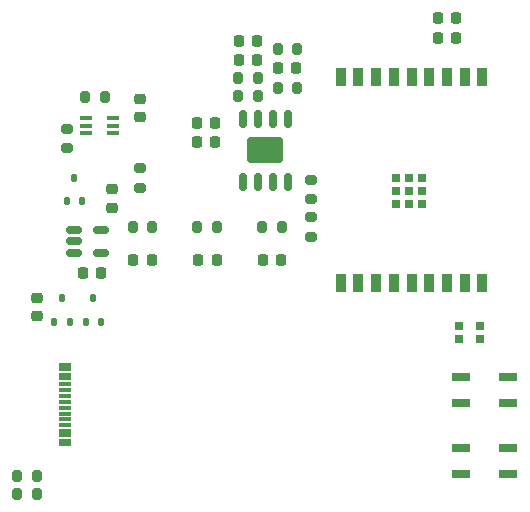
<source format=gtp>
G04 #@! TF.GenerationSoftware,KiCad,Pcbnew,9.0.4*
G04 #@! TF.CreationDate,2025-11-05T08:00:03+09:00*
G04 #@! TF.ProjectId,esp32_JJY_sim_C3_rev2,65737033-325f-44a4-9a59-5f73696d5f43,rev?*
G04 #@! TF.SameCoordinates,Original*
G04 #@! TF.FileFunction,Paste,Top*
G04 #@! TF.FilePolarity,Positive*
%FSLAX46Y46*%
G04 Gerber Fmt 4.6, Leading zero omitted, Abs format (unit mm)*
G04 Created by KiCad (PCBNEW 9.0.4) date 2025-11-05 08:00:03*
%MOMM*%
%LPD*%
G01*
G04 APERTURE LIST*
G04 Aperture macros list*
%AMRoundRect*
0 Rectangle with rounded corners*
0 $1 Rounding radius*
0 $2 $3 $4 $5 $6 $7 $8 $9 X,Y pos of 4 corners*
0 Add a 4 corners polygon primitive as box body*
4,1,4,$2,$3,$4,$5,$6,$7,$8,$9,$2,$3,0*
0 Add four circle primitives for the rounded corners*
1,1,$1+$1,$2,$3*
1,1,$1+$1,$4,$5*
1,1,$1+$1,$6,$7*
1,1,$1+$1,$8,$9*
0 Add four rect primitives between the rounded corners*
20,1,$1+$1,$2,$3,$4,$5,0*
20,1,$1+$1,$4,$5,$6,$7,0*
20,1,$1+$1,$6,$7,$8,$9,0*
20,1,$1+$1,$8,$9,$2,$3,0*%
G04 Aperture macros list end*
%ADD10RoundRect,0.225000X-0.225000X-0.250000X0.225000X-0.250000X0.225000X0.250000X-0.225000X0.250000X0*%
%ADD11RoundRect,0.200000X-0.275000X0.200000X-0.275000X-0.200000X0.275000X-0.200000X0.275000X0.200000X0*%
%ADD12RoundRect,0.200000X-0.200000X-0.275000X0.200000X-0.275000X0.200000X0.275000X-0.200000X0.275000X0*%
%ADD13RoundRect,0.218750X0.218750X0.256250X-0.218750X0.256250X-0.218750X-0.256250X0.218750X-0.256250X0*%
%ADD14RoundRect,0.200000X0.200000X0.275000X-0.200000X0.275000X-0.200000X-0.275000X0.200000X-0.275000X0*%
%ADD15RoundRect,0.112500X-0.112500X-0.237500X0.112500X-0.237500X0.112500X0.237500X-0.112500X0.237500X0*%
%ADD16RoundRect,0.200000X0.275000X-0.200000X0.275000X0.200000X-0.275000X0.200000X-0.275000X-0.200000X0*%
%ADD17R,1.000000X0.400000*%
%ADD18R,0.700000X0.700000*%
%ADD19R,0.900000X1.500000*%
%ADD20RoundRect,0.225000X-0.250000X0.225000X-0.250000X-0.225000X0.250000X-0.225000X0.250000X0.225000X0*%
%ADD21RoundRect,0.225000X0.225000X0.250000X-0.225000X0.250000X-0.225000X-0.250000X0.225000X-0.250000X0*%
%ADD22RoundRect,0.150000X0.150000X-0.625000X0.150000X0.625000X-0.150000X0.625000X-0.150000X-0.625000X0*%
%ADD23RoundRect,0.330000X1.220000X-0.770000X1.220000X0.770000X-1.220000X0.770000X-1.220000X-0.770000X0*%
%ADD24R,1.500000X0.700000*%
%ADD25RoundRect,0.150000X-0.512500X-0.150000X0.512500X-0.150000X0.512500X0.150000X-0.512500X0.150000X0*%
%ADD26RoundRect,0.225000X0.250000X-0.225000X0.250000X0.225000X-0.250000X0.225000X-0.250000X-0.225000X0*%
%ADD27R,1.140000X0.300000*%
G04 APERTURE END LIST*
D10*
X118650000Y-112975000D03*
X120200000Y-112975000D03*
D11*
X128250000Y-119350000D03*
X128250000Y-121000000D03*
D12*
X125455000Y-105090000D03*
X127105000Y-105090000D03*
D13*
X125787500Y-123000000D03*
X124212500Y-123000000D03*
D12*
X122125000Y-107550000D03*
X123775000Y-107550000D03*
D14*
X105075000Y-142800000D03*
X103425000Y-142800000D03*
D10*
X122175000Y-106000000D03*
X123725000Y-106000000D03*
D14*
X125825000Y-120200000D03*
X124175000Y-120200000D03*
D15*
X109210000Y-128200000D03*
X110510000Y-128200000D03*
X109860000Y-126200000D03*
D10*
X125505000Y-106750000D03*
X127055000Y-106750000D03*
X118650000Y-111400000D03*
X120200000Y-111400000D03*
D13*
X120287500Y-123000000D03*
X118712500Y-123000000D03*
D15*
X107600000Y-118000000D03*
X108900000Y-118000000D03*
X108250000Y-116000000D03*
D14*
X105075000Y-141250000D03*
X103425000Y-141250000D03*
D12*
X125475000Y-108400000D03*
X127125000Y-108400000D03*
D16*
X113780000Y-116850000D03*
X113780000Y-115200000D03*
D17*
X109275000Y-110950000D03*
X109275000Y-111600000D03*
X109275000Y-112250000D03*
X111525000Y-112250000D03*
X111525000Y-111600000D03*
X111525000Y-110950000D03*
D18*
X137700000Y-116060000D03*
X136600000Y-116060000D03*
X135500000Y-116060000D03*
X137700000Y-117160000D03*
X136600000Y-117160000D03*
X135500000Y-117160000D03*
X137700000Y-118260000D03*
X136600000Y-118260000D03*
X135500000Y-118260000D03*
D19*
X142800000Y-107450000D03*
X141300000Y-107450000D03*
X139800000Y-107450000D03*
X138300000Y-107450000D03*
X136800000Y-107450000D03*
X135300000Y-107450000D03*
X133800000Y-107450000D03*
X132300000Y-107450000D03*
X130800000Y-107450000D03*
X130800000Y-124950000D03*
X132300000Y-124950000D03*
X133800000Y-124950000D03*
X135300000Y-124950000D03*
X136800000Y-124950000D03*
X138300000Y-124950000D03*
X139800000Y-124950000D03*
X141300000Y-124950000D03*
X142800000Y-124950000D03*
D14*
X120325000Y-120200000D03*
X118675000Y-120200000D03*
D20*
X113780000Y-109300000D03*
X113780000Y-110850000D03*
D21*
X110525000Y-124100000D03*
X108975000Y-124100000D03*
D16*
X128250000Y-117825000D03*
X128250000Y-116175000D03*
D22*
X122490000Y-116350000D03*
X123760000Y-116350000D03*
X125030000Y-116350000D03*
X126300000Y-116350000D03*
X126300000Y-111000000D03*
X125030000Y-111000000D03*
X123760000Y-111000000D03*
X122490000Y-111000000D03*
D23*
X124395000Y-113675000D03*
D24*
X141000000Y-138882400D03*
X145000000Y-138882400D03*
X141000000Y-141117600D03*
X145000000Y-141117600D03*
D21*
X140550000Y-102450000D03*
X139000000Y-102450000D03*
D16*
X107610000Y-113525000D03*
X107610000Y-111875000D03*
D14*
X114825000Y-120200000D03*
X113175000Y-120200000D03*
D20*
X105060000Y-126200000D03*
X105060000Y-127750000D03*
D12*
X122125000Y-109125000D03*
X123775000Y-109125000D03*
D21*
X140550000Y-104150000D03*
X139000000Y-104150000D03*
D13*
X114787500Y-123000000D03*
X113212500Y-123000000D03*
D15*
X106542500Y-128200000D03*
X107842500Y-128200000D03*
X107192500Y-126200000D03*
D10*
X122175000Y-104450000D03*
X123725000Y-104450000D03*
D18*
X142615000Y-129650000D03*
X142615000Y-128550000D03*
X140785000Y-128550000D03*
X140785000Y-129650000D03*
D25*
X108262500Y-120450000D03*
X108262500Y-121400000D03*
X108262500Y-122350000D03*
X110537500Y-122350000D03*
X110537500Y-120450000D03*
D26*
X111400000Y-118550000D03*
X111400000Y-117000000D03*
D12*
X109175000Y-109200000D03*
X110825000Y-109200000D03*
D27*
X107470000Y-131870000D03*
X107470000Y-132670000D03*
X107470000Y-133970000D03*
X107470000Y-134970000D03*
X107470000Y-135470000D03*
X107470000Y-136470000D03*
X107470000Y-137770000D03*
X107470000Y-138570000D03*
X107470000Y-138270000D03*
X107470000Y-137470000D03*
X107470000Y-136970000D03*
X107470000Y-135970000D03*
X107470000Y-134470000D03*
X107470000Y-133470000D03*
X107470000Y-132970000D03*
X107470000Y-132170000D03*
D24*
X141000000Y-132882400D03*
X145000000Y-132882400D03*
X141000000Y-135117600D03*
X145000000Y-135117600D03*
M02*

</source>
